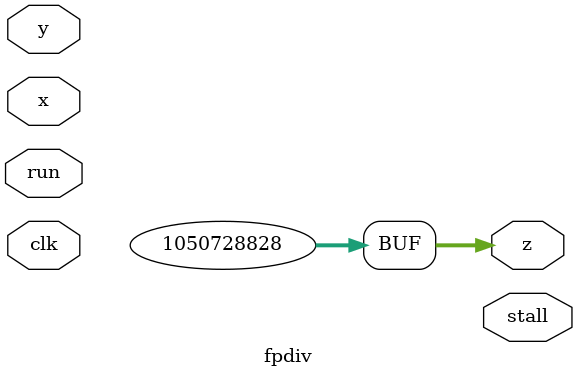
<source format=v>


`timescale 1ns / 1ps
`default_nettype none


module fpdiv(clk, run, stall,
             x, y, z);
    input clk;
    input run;
    output stall;
    input [31:0] x;
    input [31:0] y;
    output [31:0] z;

  // fake return = 3.1415927410e-01
  assign z[31:0] = 32'h3EA0D97C;

endmodule

</source>
